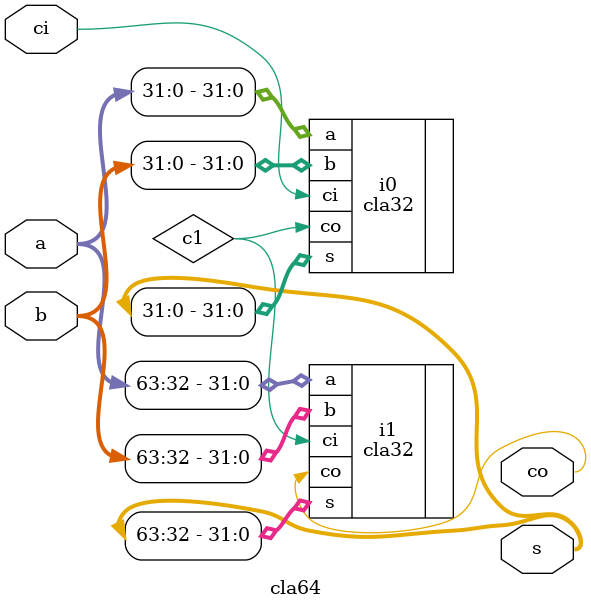
<source format=v>
module cla64(a, b, ci, s, co);   //32 bits carry lookahead adder

	//input, output, wire
	input [63:0] a, b;
	input ci;
	output [63:0] s;
	output co;
	wire c1;
	
	//instance
	//using cla32
	cla32 i0(.a(a[31:0]), .b(b[31:0]), .ci(ci), .s(s[31:0]), .co(c1));
	cla32 i1(.a(a[63:32]), .b(b[63:32]), .ci(c1), .s(s[63:32]), .co(co));
	
endmodule //end of module
</source>
